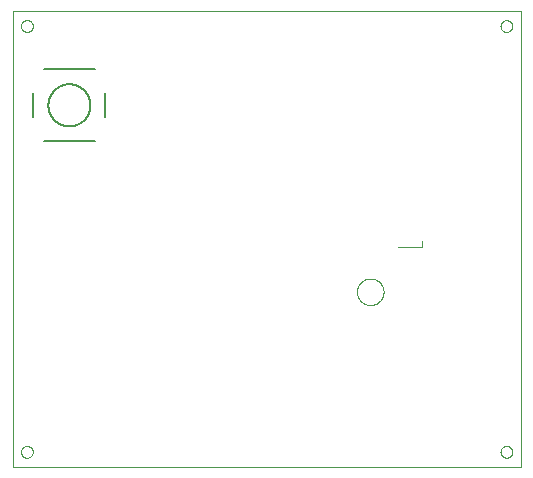
<source format=gbo>
G75*
%MOIN*%
%OFA0B0*%
%FSLAX25Y25*%
%IPPOS*%
%LPD*%
%AMOC8*
5,1,8,0,0,1.08239X$1,22.5*
%
%ADD10C,0.00000*%
%ADD11C,0.00394*%
%ADD12C,0.00800*%
D10*
X0001006Y0001006D02*
X0001006Y0152778D01*
X0170298Y0152778D01*
X0170298Y0001006D01*
X0001006Y0001006D01*
X0003762Y0005928D02*
X0003764Y0006016D01*
X0003770Y0006104D01*
X0003780Y0006192D01*
X0003794Y0006280D01*
X0003811Y0006366D01*
X0003833Y0006452D01*
X0003858Y0006536D01*
X0003888Y0006620D01*
X0003920Y0006702D01*
X0003957Y0006782D01*
X0003997Y0006861D01*
X0004041Y0006938D01*
X0004088Y0007013D01*
X0004138Y0007085D01*
X0004192Y0007156D01*
X0004248Y0007223D01*
X0004308Y0007289D01*
X0004370Y0007351D01*
X0004436Y0007411D01*
X0004503Y0007467D01*
X0004574Y0007521D01*
X0004646Y0007571D01*
X0004721Y0007618D01*
X0004798Y0007662D01*
X0004877Y0007702D01*
X0004957Y0007739D01*
X0005039Y0007771D01*
X0005123Y0007801D01*
X0005207Y0007826D01*
X0005293Y0007848D01*
X0005379Y0007865D01*
X0005467Y0007879D01*
X0005555Y0007889D01*
X0005643Y0007895D01*
X0005731Y0007897D01*
X0005819Y0007895D01*
X0005907Y0007889D01*
X0005995Y0007879D01*
X0006083Y0007865D01*
X0006169Y0007848D01*
X0006255Y0007826D01*
X0006339Y0007801D01*
X0006423Y0007771D01*
X0006505Y0007739D01*
X0006585Y0007702D01*
X0006664Y0007662D01*
X0006741Y0007618D01*
X0006816Y0007571D01*
X0006888Y0007521D01*
X0006959Y0007467D01*
X0007026Y0007411D01*
X0007092Y0007351D01*
X0007154Y0007289D01*
X0007214Y0007223D01*
X0007270Y0007156D01*
X0007324Y0007085D01*
X0007374Y0007013D01*
X0007421Y0006938D01*
X0007465Y0006861D01*
X0007505Y0006782D01*
X0007542Y0006702D01*
X0007574Y0006620D01*
X0007604Y0006536D01*
X0007629Y0006452D01*
X0007651Y0006366D01*
X0007668Y0006280D01*
X0007682Y0006192D01*
X0007692Y0006104D01*
X0007698Y0006016D01*
X0007700Y0005928D01*
X0007698Y0005840D01*
X0007692Y0005752D01*
X0007682Y0005664D01*
X0007668Y0005576D01*
X0007651Y0005490D01*
X0007629Y0005404D01*
X0007604Y0005320D01*
X0007574Y0005236D01*
X0007542Y0005154D01*
X0007505Y0005074D01*
X0007465Y0004995D01*
X0007421Y0004918D01*
X0007374Y0004843D01*
X0007324Y0004771D01*
X0007270Y0004700D01*
X0007214Y0004633D01*
X0007154Y0004567D01*
X0007092Y0004505D01*
X0007026Y0004445D01*
X0006959Y0004389D01*
X0006888Y0004335D01*
X0006816Y0004285D01*
X0006741Y0004238D01*
X0006664Y0004194D01*
X0006585Y0004154D01*
X0006505Y0004117D01*
X0006423Y0004085D01*
X0006339Y0004055D01*
X0006255Y0004030D01*
X0006169Y0004008D01*
X0006083Y0003991D01*
X0005995Y0003977D01*
X0005907Y0003967D01*
X0005819Y0003961D01*
X0005731Y0003959D01*
X0005643Y0003961D01*
X0005555Y0003967D01*
X0005467Y0003977D01*
X0005379Y0003991D01*
X0005293Y0004008D01*
X0005207Y0004030D01*
X0005123Y0004055D01*
X0005039Y0004085D01*
X0004957Y0004117D01*
X0004877Y0004154D01*
X0004798Y0004194D01*
X0004721Y0004238D01*
X0004646Y0004285D01*
X0004574Y0004335D01*
X0004503Y0004389D01*
X0004436Y0004445D01*
X0004370Y0004505D01*
X0004308Y0004567D01*
X0004248Y0004633D01*
X0004192Y0004700D01*
X0004138Y0004771D01*
X0004088Y0004843D01*
X0004041Y0004918D01*
X0003997Y0004995D01*
X0003957Y0005074D01*
X0003920Y0005154D01*
X0003888Y0005236D01*
X0003858Y0005320D01*
X0003833Y0005404D01*
X0003811Y0005490D01*
X0003794Y0005576D01*
X0003780Y0005664D01*
X0003770Y0005752D01*
X0003764Y0005840D01*
X0003762Y0005928D01*
X0115769Y0059273D02*
X0115771Y0059405D01*
X0115777Y0059538D01*
X0115787Y0059670D01*
X0115801Y0059802D01*
X0115818Y0059933D01*
X0115840Y0060064D01*
X0115866Y0060194D01*
X0115895Y0060323D01*
X0115929Y0060451D01*
X0115966Y0060578D01*
X0116007Y0060704D01*
X0116051Y0060829D01*
X0116100Y0060953D01*
X0116152Y0061074D01*
X0116208Y0061195D01*
X0116267Y0061313D01*
X0116330Y0061430D01*
X0116396Y0061545D01*
X0116466Y0061657D01*
X0116539Y0061768D01*
X0116615Y0061876D01*
X0116694Y0061982D01*
X0116777Y0062086D01*
X0116863Y0062187D01*
X0116951Y0062285D01*
X0117043Y0062381D01*
X0117137Y0062474D01*
X0117234Y0062564D01*
X0117334Y0062652D01*
X0117437Y0062736D01*
X0117541Y0062817D01*
X0117649Y0062895D01*
X0117758Y0062969D01*
X0117870Y0063041D01*
X0117984Y0063109D01*
X0118099Y0063173D01*
X0118217Y0063234D01*
X0118336Y0063292D01*
X0118457Y0063346D01*
X0118580Y0063396D01*
X0118704Y0063442D01*
X0118829Y0063485D01*
X0118956Y0063524D01*
X0119084Y0063560D01*
X0119212Y0063591D01*
X0119342Y0063619D01*
X0119472Y0063642D01*
X0119603Y0063662D01*
X0119735Y0063678D01*
X0119867Y0063690D01*
X0119999Y0063698D01*
X0120132Y0063702D01*
X0120264Y0063702D01*
X0120397Y0063698D01*
X0120529Y0063690D01*
X0120661Y0063678D01*
X0120793Y0063662D01*
X0120924Y0063642D01*
X0121054Y0063619D01*
X0121184Y0063591D01*
X0121312Y0063560D01*
X0121440Y0063524D01*
X0121567Y0063485D01*
X0121692Y0063442D01*
X0121816Y0063396D01*
X0121939Y0063346D01*
X0122060Y0063292D01*
X0122179Y0063234D01*
X0122297Y0063173D01*
X0122413Y0063109D01*
X0122526Y0063041D01*
X0122638Y0062969D01*
X0122747Y0062895D01*
X0122855Y0062817D01*
X0122959Y0062736D01*
X0123062Y0062652D01*
X0123162Y0062564D01*
X0123259Y0062474D01*
X0123353Y0062381D01*
X0123445Y0062285D01*
X0123533Y0062187D01*
X0123619Y0062086D01*
X0123702Y0061982D01*
X0123781Y0061876D01*
X0123857Y0061768D01*
X0123930Y0061657D01*
X0124000Y0061545D01*
X0124066Y0061430D01*
X0124129Y0061313D01*
X0124188Y0061195D01*
X0124244Y0061074D01*
X0124296Y0060953D01*
X0124345Y0060829D01*
X0124389Y0060704D01*
X0124430Y0060578D01*
X0124467Y0060451D01*
X0124501Y0060323D01*
X0124530Y0060194D01*
X0124556Y0060064D01*
X0124578Y0059933D01*
X0124595Y0059802D01*
X0124609Y0059670D01*
X0124619Y0059538D01*
X0124625Y0059405D01*
X0124627Y0059273D01*
X0124625Y0059141D01*
X0124619Y0059008D01*
X0124609Y0058876D01*
X0124595Y0058744D01*
X0124578Y0058613D01*
X0124556Y0058482D01*
X0124530Y0058352D01*
X0124501Y0058223D01*
X0124467Y0058095D01*
X0124430Y0057968D01*
X0124389Y0057842D01*
X0124345Y0057717D01*
X0124296Y0057593D01*
X0124244Y0057472D01*
X0124188Y0057351D01*
X0124129Y0057233D01*
X0124066Y0057116D01*
X0124000Y0057001D01*
X0123930Y0056889D01*
X0123857Y0056778D01*
X0123781Y0056670D01*
X0123702Y0056564D01*
X0123619Y0056460D01*
X0123533Y0056359D01*
X0123445Y0056261D01*
X0123353Y0056165D01*
X0123259Y0056072D01*
X0123162Y0055982D01*
X0123062Y0055894D01*
X0122959Y0055810D01*
X0122855Y0055729D01*
X0122747Y0055651D01*
X0122638Y0055577D01*
X0122526Y0055505D01*
X0122412Y0055437D01*
X0122297Y0055373D01*
X0122179Y0055312D01*
X0122060Y0055254D01*
X0121939Y0055200D01*
X0121816Y0055150D01*
X0121692Y0055104D01*
X0121567Y0055061D01*
X0121440Y0055022D01*
X0121312Y0054986D01*
X0121184Y0054955D01*
X0121054Y0054927D01*
X0120924Y0054904D01*
X0120793Y0054884D01*
X0120661Y0054868D01*
X0120529Y0054856D01*
X0120397Y0054848D01*
X0120264Y0054844D01*
X0120132Y0054844D01*
X0119999Y0054848D01*
X0119867Y0054856D01*
X0119735Y0054868D01*
X0119603Y0054884D01*
X0119472Y0054904D01*
X0119342Y0054927D01*
X0119212Y0054955D01*
X0119084Y0054986D01*
X0118956Y0055022D01*
X0118829Y0055061D01*
X0118704Y0055104D01*
X0118580Y0055150D01*
X0118457Y0055200D01*
X0118336Y0055254D01*
X0118217Y0055312D01*
X0118099Y0055373D01*
X0117983Y0055437D01*
X0117870Y0055505D01*
X0117758Y0055577D01*
X0117649Y0055651D01*
X0117541Y0055729D01*
X0117437Y0055810D01*
X0117334Y0055894D01*
X0117234Y0055982D01*
X0117137Y0056072D01*
X0117043Y0056165D01*
X0116951Y0056261D01*
X0116863Y0056359D01*
X0116777Y0056460D01*
X0116694Y0056564D01*
X0116615Y0056670D01*
X0116539Y0056778D01*
X0116466Y0056889D01*
X0116396Y0057001D01*
X0116330Y0057116D01*
X0116267Y0057233D01*
X0116208Y0057351D01*
X0116152Y0057472D01*
X0116100Y0057593D01*
X0116051Y0057717D01*
X0116007Y0057842D01*
X0115966Y0057968D01*
X0115929Y0058095D01*
X0115895Y0058223D01*
X0115866Y0058352D01*
X0115840Y0058482D01*
X0115818Y0058613D01*
X0115801Y0058744D01*
X0115787Y0058876D01*
X0115777Y0059008D01*
X0115771Y0059141D01*
X0115769Y0059273D01*
X0163604Y0005928D02*
X0163606Y0006016D01*
X0163612Y0006104D01*
X0163622Y0006192D01*
X0163636Y0006280D01*
X0163653Y0006366D01*
X0163675Y0006452D01*
X0163700Y0006536D01*
X0163730Y0006620D01*
X0163762Y0006702D01*
X0163799Y0006782D01*
X0163839Y0006861D01*
X0163883Y0006938D01*
X0163930Y0007013D01*
X0163980Y0007085D01*
X0164034Y0007156D01*
X0164090Y0007223D01*
X0164150Y0007289D01*
X0164212Y0007351D01*
X0164278Y0007411D01*
X0164345Y0007467D01*
X0164416Y0007521D01*
X0164488Y0007571D01*
X0164563Y0007618D01*
X0164640Y0007662D01*
X0164719Y0007702D01*
X0164799Y0007739D01*
X0164881Y0007771D01*
X0164965Y0007801D01*
X0165049Y0007826D01*
X0165135Y0007848D01*
X0165221Y0007865D01*
X0165309Y0007879D01*
X0165397Y0007889D01*
X0165485Y0007895D01*
X0165573Y0007897D01*
X0165661Y0007895D01*
X0165749Y0007889D01*
X0165837Y0007879D01*
X0165925Y0007865D01*
X0166011Y0007848D01*
X0166097Y0007826D01*
X0166181Y0007801D01*
X0166265Y0007771D01*
X0166347Y0007739D01*
X0166427Y0007702D01*
X0166506Y0007662D01*
X0166583Y0007618D01*
X0166658Y0007571D01*
X0166730Y0007521D01*
X0166801Y0007467D01*
X0166868Y0007411D01*
X0166934Y0007351D01*
X0166996Y0007289D01*
X0167056Y0007223D01*
X0167112Y0007156D01*
X0167166Y0007085D01*
X0167216Y0007013D01*
X0167263Y0006938D01*
X0167307Y0006861D01*
X0167347Y0006782D01*
X0167384Y0006702D01*
X0167416Y0006620D01*
X0167446Y0006536D01*
X0167471Y0006452D01*
X0167493Y0006366D01*
X0167510Y0006280D01*
X0167524Y0006192D01*
X0167534Y0006104D01*
X0167540Y0006016D01*
X0167542Y0005928D01*
X0167540Y0005840D01*
X0167534Y0005752D01*
X0167524Y0005664D01*
X0167510Y0005576D01*
X0167493Y0005490D01*
X0167471Y0005404D01*
X0167446Y0005320D01*
X0167416Y0005236D01*
X0167384Y0005154D01*
X0167347Y0005074D01*
X0167307Y0004995D01*
X0167263Y0004918D01*
X0167216Y0004843D01*
X0167166Y0004771D01*
X0167112Y0004700D01*
X0167056Y0004633D01*
X0166996Y0004567D01*
X0166934Y0004505D01*
X0166868Y0004445D01*
X0166801Y0004389D01*
X0166730Y0004335D01*
X0166658Y0004285D01*
X0166583Y0004238D01*
X0166506Y0004194D01*
X0166427Y0004154D01*
X0166347Y0004117D01*
X0166265Y0004085D01*
X0166181Y0004055D01*
X0166097Y0004030D01*
X0166011Y0004008D01*
X0165925Y0003991D01*
X0165837Y0003977D01*
X0165749Y0003967D01*
X0165661Y0003961D01*
X0165573Y0003959D01*
X0165485Y0003961D01*
X0165397Y0003967D01*
X0165309Y0003977D01*
X0165221Y0003991D01*
X0165135Y0004008D01*
X0165049Y0004030D01*
X0164965Y0004055D01*
X0164881Y0004085D01*
X0164799Y0004117D01*
X0164719Y0004154D01*
X0164640Y0004194D01*
X0164563Y0004238D01*
X0164488Y0004285D01*
X0164416Y0004335D01*
X0164345Y0004389D01*
X0164278Y0004445D01*
X0164212Y0004505D01*
X0164150Y0004567D01*
X0164090Y0004633D01*
X0164034Y0004700D01*
X0163980Y0004771D01*
X0163930Y0004843D01*
X0163883Y0004918D01*
X0163839Y0004995D01*
X0163799Y0005074D01*
X0163762Y0005154D01*
X0163730Y0005236D01*
X0163700Y0005320D01*
X0163675Y0005404D01*
X0163653Y0005490D01*
X0163636Y0005576D01*
X0163622Y0005664D01*
X0163612Y0005752D01*
X0163606Y0005840D01*
X0163604Y0005928D01*
X0163604Y0147857D02*
X0163606Y0147945D01*
X0163612Y0148033D01*
X0163622Y0148121D01*
X0163636Y0148209D01*
X0163653Y0148295D01*
X0163675Y0148381D01*
X0163700Y0148465D01*
X0163730Y0148549D01*
X0163762Y0148631D01*
X0163799Y0148711D01*
X0163839Y0148790D01*
X0163883Y0148867D01*
X0163930Y0148942D01*
X0163980Y0149014D01*
X0164034Y0149085D01*
X0164090Y0149152D01*
X0164150Y0149218D01*
X0164212Y0149280D01*
X0164278Y0149340D01*
X0164345Y0149396D01*
X0164416Y0149450D01*
X0164488Y0149500D01*
X0164563Y0149547D01*
X0164640Y0149591D01*
X0164719Y0149631D01*
X0164799Y0149668D01*
X0164881Y0149700D01*
X0164965Y0149730D01*
X0165049Y0149755D01*
X0165135Y0149777D01*
X0165221Y0149794D01*
X0165309Y0149808D01*
X0165397Y0149818D01*
X0165485Y0149824D01*
X0165573Y0149826D01*
X0165661Y0149824D01*
X0165749Y0149818D01*
X0165837Y0149808D01*
X0165925Y0149794D01*
X0166011Y0149777D01*
X0166097Y0149755D01*
X0166181Y0149730D01*
X0166265Y0149700D01*
X0166347Y0149668D01*
X0166427Y0149631D01*
X0166506Y0149591D01*
X0166583Y0149547D01*
X0166658Y0149500D01*
X0166730Y0149450D01*
X0166801Y0149396D01*
X0166868Y0149340D01*
X0166934Y0149280D01*
X0166996Y0149218D01*
X0167056Y0149152D01*
X0167112Y0149085D01*
X0167166Y0149014D01*
X0167216Y0148942D01*
X0167263Y0148867D01*
X0167307Y0148790D01*
X0167347Y0148711D01*
X0167384Y0148631D01*
X0167416Y0148549D01*
X0167446Y0148465D01*
X0167471Y0148381D01*
X0167493Y0148295D01*
X0167510Y0148209D01*
X0167524Y0148121D01*
X0167534Y0148033D01*
X0167540Y0147945D01*
X0167542Y0147857D01*
X0167540Y0147769D01*
X0167534Y0147681D01*
X0167524Y0147593D01*
X0167510Y0147505D01*
X0167493Y0147419D01*
X0167471Y0147333D01*
X0167446Y0147249D01*
X0167416Y0147165D01*
X0167384Y0147083D01*
X0167347Y0147003D01*
X0167307Y0146924D01*
X0167263Y0146847D01*
X0167216Y0146772D01*
X0167166Y0146700D01*
X0167112Y0146629D01*
X0167056Y0146562D01*
X0166996Y0146496D01*
X0166934Y0146434D01*
X0166868Y0146374D01*
X0166801Y0146318D01*
X0166730Y0146264D01*
X0166658Y0146214D01*
X0166583Y0146167D01*
X0166506Y0146123D01*
X0166427Y0146083D01*
X0166347Y0146046D01*
X0166265Y0146014D01*
X0166181Y0145984D01*
X0166097Y0145959D01*
X0166011Y0145937D01*
X0165925Y0145920D01*
X0165837Y0145906D01*
X0165749Y0145896D01*
X0165661Y0145890D01*
X0165573Y0145888D01*
X0165485Y0145890D01*
X0165397Y0145896D01*
X0165309Y0145906D01*
X0165221Y0145920D01*
X0165135Y0145937D01*
X0165049Y0145959D01*
X0164965Y0145984D01*
X0164881Y0146014D01*
X0164799Y0146046D01*
X0164719Y0146083D01*
X0164640Y0146123D01*
X0164563Y0146167D01*
X0164488Y0146214D01*
X0164416Y0146264D01*
X0164345Y0146318D01*
X0164278Y0146374D01*
X0164212Y0146434D01*
X0164150Y0146496D01*
X0164090Y0146562D01*
X0164034Y0146629D01*
X0163980Y0146700D01*
X0163930Y0146772D01*
X0163883Y0146847D01*
X0163839Y0146924D01*
X0163799Y0147003D01*
X0163762Y0147083D01*
X0163730Y0147165D01*
X0163700Y0147249D01*
X0163675Y0147333D01*
X0163653Y0147419D01*
X0163636Y0147505D01*
X0163622Y0147593D01*
X0163612Y0147681D01*
X0163606Y0147769D01*
X0163604Y0147857D01*
X0003762Y0147857D02*
X0003764Y0147945D01*
X0003770Y0148033D01*
X0003780Y0148121D01*
X0003794Y0148209D01*
X0003811Y0148295D01*
X0003833Y0148381D01*
X0003858Y0148465D01*
X0003888Y0148549D01*
X0003920Y0148631D01*
X0003957Y0148711D01*
X0003997Y0148790D01*
X0004041Y0148867D01*
X0004088Y0148942D01*
X0004138Y0149014D01*
X0004192Y0149085D01*
X0004248Y0149152D01*
X0004308Y0149218D01*
X0004370Y0149280D01*
X0004436Y0149340D01*
X0004503Y0149396D01*
X0004574Y0149450D01*
X0004646Y0149500D01*
X0004721Y0149547D01*
X0004798Y0149591D01*
X0004877Y0149631D01*
X0004957Y0149668D01*
X0005039Y0149700D01*
X0005123Y0149730D01*
X0005207Y0149755D01*
X0005293Y0149777D01*
X0005379Y0149794D01*
X0005467Y0149808D01*
X0005555Y0149818D01*
X0005643Y0149824D01*
X0005731Y0149826D01*
X0005819Y0149824D01*
X0005907Y0149818D01*
X0005995Y0149808D01*
X0006083Y0149794D01*
X0006169Y0149777D01*
X0006255Y0149755D01*
X0006339Y0149730D01*
X0006423Y0149700D01*
X0006505Y0149668D01*
X0006585Y0149631D01*
X0006664Y0149591D01*
X0006741Y0149547D01*
X0006816Y0149500D01*
X0006888Y0149450D01*
X0006959Y0149396D01*
X0007026Y0149340D01*
X0007092Y0149280D01*
X0007154Y0149218D01*
X0007214Y0149152D01*
X0007270Y0149085D01*
X0007324Y0149014D01*
X0007374Y0148942D01*
X0007421Y0148867D01*
X0007465Y0148790D01*
X0007505Y0148711D01*
X0007542Y0148631D01*
X0007574Y0148549D01*
X0007604Y0148465D01*
X0007629Y0148381D01*
X0007651Y0148295D01*
X0007668Y0148209D01*
X0007682Y0148121D01*
X0007692Y0148033D01*
X0007698Y0147945D01*
X0007700Y0147857D01*
X0007698Y0147769D01*
X0007692Y0147681D01*
X0007682Y0147593D01*
X0007668Y0147505D01*
X0007651Y0147419D01*
X0007629Y0147333D01*
X0007604Y0147249D01*
X0007574Y0147165D01*
X0007542Y0147083D01*
X0007505Y0147003D01*
X0007465Y0146924D01*
X0007421Y0146847D01*
X0007374Y0146772D01*
X0007324Y0146700D01*
X0007270Y0146629D01*
X0007214Y0146562D01*
X0007154Y0146496D01*
X0007092Y0146434D01*
X0007026Y0146374D01*
X0006959Y0146318D01*
X0006888Y0146264D01*
X0006816Y0146214D01*
X0006741Y0146167D01*
X0006664Y0146123D01*
X0006585Y0146083D01*
X0006505Y0146046D01*
X0006423Y0146014D01*
X0006339Y0145984D01*
X0006255Y0145959D01*
X0006169Y0145937D01*
X0006083Y0145920D01*
X0005995Y0145906D01*
X0005907Y0145896D01*
X0005819Y0145890D01*
X0005731Y0145888D01*
X0005643Y0145890D01*
X0005555Y0145896D01*
X0005467Y0145906D01*
X0005379Y0145920D01*
X0005293Y0145937D01*
X0005207Y0145959D01*
X0005123Y0145984D01*
X0005039Y0146014D01*
X0004957Y0146046D01*
X0004877Y0146083D01*
X0004798Y0146123D01*
X0004721Y0146167D01*
X0004646Y0146214D01*
X0004574Y0146264D01*
X0004503Y0146318D01*
X0004436Y0146374D01*
X0004370Y0146434D01*
X0004308Y0146496D01*
X0004248Y0146562D01*
X0004192Y0146629D01*
X0004138Y0146700D01*
X0004088Y0146772D01*
X0004041Y0146847D01*
X0003997Y0146924D01*
X0003957Y0147003D01*
X0003920Y0147083D01*
X0003888Y0147165D01*
X0003858Y0147249D01*
X0003833Y0147333D01*
X0003811Y0147419D01*
X0003794Y0147505D01*
X0003780Y0147593D01*
X0003770Y0147681D01*
X0003764Y0147769D01*
X0003762Y0147857D01*
D11*
X0129404Y0074282D02*
X0137278Y0074282D01*
X0137278Y0076250D01*
D12*
X0031904Y0117479D02*
X0031904Y0125526D01*
X0028404Y0133479D02*
X0011404Y0133479D01*
X0007904Y0125408D02*
X0007904Y0117479D01*
X0011404Y0109479D02*
X0028404Y0109479D01*
X0012904Y0121479D02*
X0012906Y0121651D01*
X0012912Y0121822D01*
X0012923Y0121994D01*
X0012938Y0122165D01*
X0012957Y0122336D01*
X0012980Y0122506D01*
X0013007Y0122676D01*
X0013039Y0122845D01*
X0013074Y0123013D01*
X0013114Y0123180D01*
X0013158Y0123346D01*
X0013205Y0123511D01*
X0013257Y0123675D01*
X0013313Y0123837D01*
X0013373Y0123998D01*
X0013437Y0124158D01*
X0013505Y0124316D01*
X0013576Y0124472D01*
X0013651Y0124626D01*
X0013731Y0124779D01*
X0013813Y0124929D01*
X0013900Y0125078D01*
X0013990Y0125224D01*
X0014084Y0125368D01*
X0014181Y0125510D01*
X0014282Y0125649D01*
X0014386Y0125786D01*
X0014493Y0125920D01*
X0014604Y0126051D01*
X0014717Y0126180D01*
X0014834Y0126306D01*
X0014954Y0126429D01*
X0015077Y0126549D01*
X0015203Y0126666D01*
X0015332Y0126779D01*
X0015463Y0126890D01*
X0015597Y0126997D01*
X0015734Y0127101D01*
X0015873Y0127202D01*
X0016015Y0127299D01*
X0016159Y0127393D01*
X0016305Y0127483D01*
X0016454Y0127570D01*
X0016604Y0127652D01*
X0016757Y0127732D01*
X0016911Y0127807D01*
X0017067Y0127878D01*
X0017225Y0127946D01*
X0017385Y0128010D01*
X0017546Y0128070D01*
X0017708Y0128126D01*
X0017872Y0128178D01*
X0018037Y0128225D01*
X0018203Y0128269D01*
X0018370Y0128309D01*
X0018538Y0128344D01*
X0018707Y0128376D01*
X0018877Y0128403D01*
X0019047Y0128426D01*
X0019218Y0128445D01*
X0019389Y0128460D01*
X0019561Y0128471D01*
X0019732Y0128477D01*
X0019904Y0128479D01*
X0020076Y0128477D01*
X0020247Y0128471D01*
X0020419Y0128460D01*
X0020590Y0128445D01*
X0020761Y0128426D01*
X0020931Y0128403D01*
X0021101Y0128376D01*
X0021270Y0128344D01*
X0021438Y0128309D01*
X0021605Y0128269D01*
X0021771Y0128225D01*
X0021936Y0128178D01*
X0022100Y0128126D01*
X0022262Y0128070D01*
X0022423Y0128010D01*
X0022583Y0127946D01*
X0022741Y0127878D01*
X0022897Y0127807D01*
X0023051Y0127732D01*
X0023204Y0127652D01*
X0023354Y0127570D01*
X0023503Y0127483D01*
X0023649Y0127393D01*
X0023793Y0127299D01*
X0023935Y0127202D01*
X0024074Y0127101D01*
X0024211Y0126997D01*
X0024345Y0126890D01*
X0024476Y0126779D01*
X0024605Y0126666D01*
X0024731Y0126549D01*
X0024854Y0126429D01*
X0024974Y0126306D01*
X0025091Y0126180D01*
X0025204Y0126051D01*
X0025315Y0125920D01*
X0025422Y0125786D01*
X0025526Y0125649D01*
X0025627Y0125510D01*
X0025724Y0125368D01*
X0025818Y0125224D01*
X0025908Y0125078D01*
X0025995Y0124929D01*
X0026077Y0124779D01*
X0026157Y0124626D01*
X0026232Y0124472D01*
X0026303Y0124316D01*
X0026371Y0124158D01*
X0026435Y0123998D01*
X0026495Y0123837D01*
X0026551Y0123675D01*
X0026603Y0123511D01*
X0026650Y0123346D01*
X0026694Y0123180D01*
X0026734Y0123013D01*
X0026769Y0122845D01*
X0026801Y0122676D01*
X0026828Y0122506D01*
X0026851Y0122336D01*
X0026870Y0122165D01*
X0026885Y0121994D01*
X0026896Y0121822D01*
X0026902Y0121651D01*
X0026904Y0121479D01*
X0026902Y0121307D01*
X0026896Y0121136D01*
X0026885Y0120964D01*
X0026870Y0120793D01*
X0026851Y0120622D01*
X0026828Y0120452D01*
X0026801Y0120282D01*
X0026769Y0120113D01*
X0026734Y0119945D01*
X0026694Y0119778D01*
X0026650Y0119612D01*
X0026603Y0119447D01*
X0026551Y0119283D01*
X0026495Y0119121D01*
X0026435Y0118960D01*
X0026371Y0118800D01*
X0026303Y0118642D01*
X0026232Y0118486D01*
X0026157Y0118332D01*
X0026077Y0118179D01*
X0025995Y0118029D01*
X0025908Y0117880D01*
X0025818Y0117734D01*
X0025724Y0117590D01*
X0025627Y0117448D01*
X0025526Y0117309D01*
X0025422Y0117172D01*
X0025315Y0117038D01*
X0025204Y0116907D01*
X0025091Y0116778D01*
X0024974Y0116652D01*
X0024854Y0116529D01*
X0024731Y0116409D01*
X0024605Y0116292D01*
X0024476Y0116179D01*
X0024345Y0116068D01*
X0024211Y0115961D01*
X0024074Y0115857D01*
X0023935Y0115756D01*
X0023793Y0115659D01*
X0023649Y0115565D01*
X0023503Y0115475D01*
X0023354Y0115388D01*
X0023204Y0115306D01*
X0023051Y0115226D01*
X0022897Y0115151D01*
X0022741Y0115080D01*
X0022583Y0115012D01*
X0022423Y0114948D01*
X0022262Y0114888D01*
X0022100Y0114832D01*
X0021936Y0114780D01*
X0021771Y0114733D01*
X0021605Y0114689D01*
X0021438Y0114649D01*
X0021270Y0114614D01*
X0021101Y0114582D01*
X0020931Y0114555D01*
X0020761Y0114532D01*
X0020590Y0114513D01*
X0020419Y0114498D01*
X0020247Y0114487D01*
X0020076Y0114481D01*
X0019904Y0114479D01*
X0019732Y0114481D01*
X0019561Y0114487D01*
X0019389Y0114498D01*
X0019218Y0114513D01*
X0019047Y0114532D01*
X0018877Y0114555D01*
X0018707Y0114582D01*
X0018538Y0114614D01*
X0018370Y0114649D01*
X0018203Y0114689D01*
X0018037Y0114733D01*
X0017872Y0114780D01*
X0017708Y0114832D01*
X0017546Y0114888D01*
X0017385Y0114948D01*
X0017225Y0115012D01*
X0017067Y0115080D01*
X0016911Y0115151D01*
X0016757Y0115226D01*
X0016604Y0115306D01*
X0016454Y0115388D01*
X0016305Y0115475D01*
X0016159Y0115565D01*
X0016015Y0115659D01*
X0015873Y0115756D01*
X0015734Y0115857D01*
X0015597Y0115961D01*
X0015463Y0116068D01*
X0015332Y0116179D01*
X0015203Y0116292D01*
X0015077Y0116409D01*
X0014954Y0116529D01*
X0014834Y0116652D01*
X0014717Y0116778D01*
X0014604Y0116907D01*
X0014493Y0117038D01*
X0014386Y0117172D01*
X0014282Y0117309D01*
X0014181Y0117448D01*
X0014084Y0117590D01*
X0013990Y0117734D01*
X0013900Y0117880D01*
X0013813Y0118029D01*
X0013731Y0118179D01*
X0013651Y0118332D01*
X0013576Y0118486D01*
X0013505Y0118642D01*
X0013437Y0118800D01*
X0013373Y0118960D01*
X0013313Y0119121D01*
X0013257Y0119283D01*
X0013205Y0119447D01*
X0013158Y0119612D01*
X0013114Y0119778D01*
X0013074Y0119945D01*
X0013039Y0120113D01*
X0013007Y0120282D01*
X0012980Y0120452D01*
X0012957Y0120622D01*
X0012938Y0120793D01*
X0012923Y0120964D01*
X0012912Y0121136D01*
X0012906Y0121307D01*
X0012904Y0121479D01*
M02*

</source>
